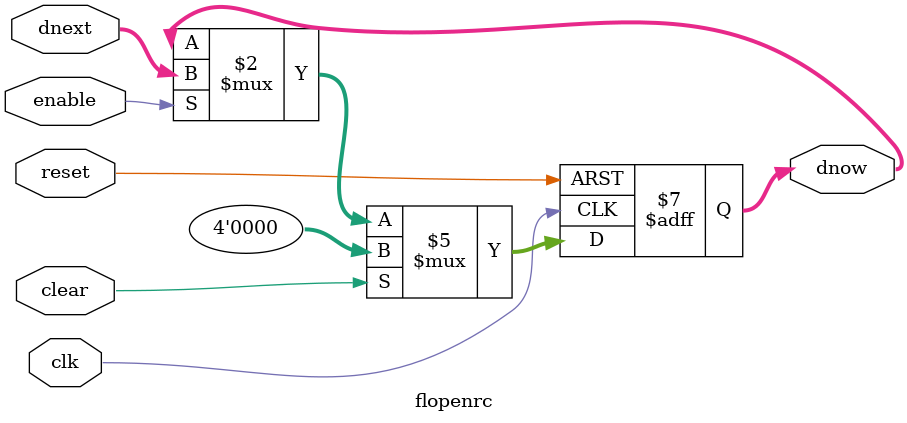
<source format=v>
`timescale 1ns / 1ps

// pc trigger
module pc (clk,reset,enable,pcnext,pc);
	input wire [0:0]  clk;
	input wire [0:0]  reset;
	input wire [0:0]  enable;
	input wire [31:0] pcnext;
	output reg [31:0] pc;

	always @ (posedge clk or posedge reset) 
	begin
		if(reset)
		begin
			pc <= 32'hbfc00000;
		end
		else if(enable)
		begin
			pc <= pcnext;
		end
	end
endmodule

// flopr : simple D trigger  
module flopr #(parameter WIDTH = 4)(clk,reset,dnext,dnow);
	input wire             clk;
	input wire             reset;
	input wire [WIDTH-1:0] dnext;
	output reg [WIDTH-1:0] dnow;

	always @ (posedge clk or posedge reset) 
	begin
		if(reset) 
		begin
			dnow <= 0;
		end 
		else 
		begin
			dnow <= dnext;
		end
	end

endmodule

// floprc : include the clear signal(Pipeline Clearance Signal) 
module floprc #(parameter WIDTH = 4)(clk,reset,clear,dnext,dnow);
	input wire             clk;
	input wire             reset;
	input wire			   clear;
	input wire [WIDTH-1:0] dnext;
	output reg [WIDTH-1:0] dnow;

	always @ (posedge clk or posedge reset) 
	begin
		if(reset) 
		begin
			dnow <= 0;
		end
		else if(clear)
		begin
			dnow <= 0;
		end 
		else 
		begin
			dnow <= dnext;
		end
	end

endmodule

//floenr : include enable signal
module flopenr #(parameter WIDTH = 4)(clk,reset,enable,dnext,dnow);
	input wire             clk;
	input wire             reset;
	input wire			   enable;
	input wire [WIDTH-1:0] dnext;
	output reg [WIDTH-1:0] dnow;

	always @ (posedge clk or posedge reset) 
	begin
		// if(enable)
		// begin
		// 	if(reset) 
		// 	begin
		// 		dnow <= 0;
		// 	end
		// 	else 
		// 	begin
		// 		dnow <= dnext;
		// 	end
		// end
		if(reset)
		begin
			dnow <= 0;
		end
		else if(enable)
		begin
			dnow <= dnext;
		end
	end

endmodule

//flopenrc : include enable and clear signal
module flopenrc #(parameter WIDTH = 4)(clk,reset,enable,clear,dnext,dnow);
	input wire             clk;
	input wire             reset;
	input wire			   enable;
	input wire			   clear;
	input wire [WIDTH-1:0] dnext;
	output reg [WIDTH-1:0] dnow;

	always @ (posedge clk or posedge reset) 
	begin
		// if(enable)
		// begin
		// 	if(reset) 
		// 	begin
		// 		dnow <= 0;
		// 	end
		// 	else if(clear)
		// 	begin
		// 		dnow <= 0;
		// 	end
		// 	else 
		// 	begin
		// 		dnow <= dnext;
		// 	end
		// end
		if(reset)
		begin
			dnow <= 0;
		end
		else if(clear)
		begin
			dnow <= 0;
		end
		else if(enable)
		begin
			dnow <= dnext;
		end
	end

endmodule



</source>
